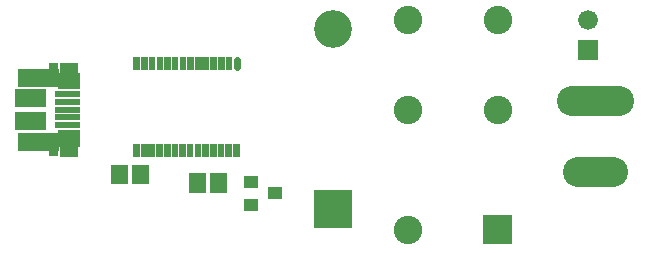
<source format=gbr>
G04 start of page 4 for group -4063 idx -4063 *
G04 Title: (unknown), componentmask *
G04 Creator: pcb 20091103 *
G04 CreationDate: Thu 05 May 2011 07:25:20 AM GMT UTC *
G04 For: gjhurlbu *
G04 Format: Gerber/RS-274X *
G04 PCB-Dimensions: 600000 500000 *
G04 PCB-Coordinate-Origin: lower left *
%MOIN*%
%FSLAX25Y25*%
%LNFRONTMASK*%
%ADD12C,0.0200*%
%ADD31C,0.1260*%
%ADD32C,0.0950*%
%ADD33C,0.0660*%
%ADD34C,0.1000*%
%ADD35R,0.0200X0.0200*%
%ADD36R,0.0600X0.0600*%
%ADD37R,0.0300X0.0300*%
%ADD38R,0.0220X0.0220*%
%ADD39R,0.0572X0.0572*%
%ADD40R,0.0400X0.0400*%
%ADD41C,0.0220*%
G54D12*G36*
X143700Y388300D02*Y375700D01*
X156300D01*
Y388300D01*
X143700D01*
G37*
G54D31*X150000Y442000D03*
G54D32*X175000Y375000D03*
G54D12*G36*
X60046Y427347D02*Y421747D01*
X65646D01*
Y427347D01*
X60046D01*
G37*
G36*
X59277D02*Y421747D01*
X64877D01*
Y427347D01*
X59277D01*
G37*
G36*
X58508D02*Y421747D01*
X64108D01*
Y427347D01*
X58508D01*
G37*
G36*
X46522Y428528D02*Y422928D01*
X52122D01*
Y428528D01*
X46522D01*
G37*
G36*
X47585D02*Y422928D01*
X53185D01*
Y428528D01*
X47585D01*
G37*
G36*
X48648D02*Y422928D01*
X54248D01*
Y428528D01*
X48648D01*
G37*
G36*
X60046Y408253D02*Y402653D01*
X65646D01*
Y408253D01*
X60046D01*
G37*
G36*
X59277D02*Y402653D01*
X64877D01*
Y408253D01*
X59277D01*
G37*
G36*
X58508D02*Y402653D01*
X64108D01*
Y408253D01*
X58508D01*
G37*
G36*
X46522Y407072D02*Y401472D01*
X52122D01*
Y407072D01*
X46522D01*
G37*
G36*
X47585D02*Y401472D01*
X53185D01*
Y407072D01*
X47585D01*
G37*
G36*
X48648D02*Y401472D01*
X54248D01*
Y407072D01*
X48648D01*
G37*
G36*
X231700Y438300D02*Y431700D01*
X238300D01*
Y438300D01*
X231700D01*
G37*
G54D33*X235000Y445000D03*
G54D32*X175000D03*
Y415000D03*
G54D34*X231900Y394300D03*
X233800D03*
X235800D03*
X237700D03*
X239700D03*
X241600D03*
X229900Y417900D03*
X231900D03*
X233800D03*
X235800D03*
X237700D03*
X239700D03*
X241600D03*
X243600D03*
X245500D03*
X243600Y394300D03*
G54D12*G36*
X200250Y379750D02*Y370250D01*
X209750D01*
Y379750D01*
X200250D01*
G37*
G54D32*X205000Y415000D03*
Y445000D03*
G54D35*X58456Y420118D02*X64952D01*
G54D36*X62196Y427600D02*Y425236D01*
G54D37*X57078Y428976D02*Y424547D01*
G54D36*X48220Y425728D02*X55897D01*
X47285Y418789D02*X51517D01*
G54D35*X58456Y417559D02*X64952D01*
X58456Y415000D02*X64952D01*
X58456Y412441D02*X64952D01*
X58456Y409882D02*X64952D01*
G54D36*X62196Y404764D02*Y402400D01*
G54D37*X57078Y405453D02*Y401024D01*
G54D36*X48220Y404272D02*X55897D01*
X47285Y411211D02*X51517D01*
G54D38*X84600Y402400D02*Y400200D01*
X87200Y402400D02*Y400200D01*
X89700Y402400D02*Y400200D01*
X92300Y402400D02*Y400200D01*
G54D39*X86000Y393786D02*Y393000D01*
X78914Y393786D02*Y393000D01*
G54D38*X94900Y402400D02*Y400200D01*
X97400Y402400D02*Y400200D01*
X100000Y402400D02*Y400200D01*
X102500Y402400D02*Y400200D01*
X105100Y402400D02*Y400200D01*
X107700Y402400D02*Y400200D01*
X110200Y402400D02*Y400200D01*
X112800Y402400D02*Y400200D01*
G54D39*X105000Y391000D02*Y390214D01*
G54D38*X115300Y402400D02*Y400200D01*
X117900Y402400D02*Y400200D01*
G54D39*X112086Y391000D02*Y390214D01*
G54D40*X122400Y391000D02*X123000D01*
X122400Y383200D02*X123000D01*
X130600Y387100D02*X131200D01*
G54D38*X84700Y431500D02*Y429300D01*
G54D41*X118000Y431500D02*Y429300D01*
G54D38*X115400Y431500D02*Y429300D01*
X112900Y431500D02*Y429300D01*
X110300Y431500D02*Y429300D01*
X107700Y431500D02*Y429300D01*
X105200Y431500D02*Y429300D01*
X102600Y431500D02*Y429300D01*
X100100Y431500D02*Y429300D01*
X97500Y431500D02*Y429300D01*
X94900Y431500D02*Y429300D01*
X92400Y431500D02*Y429300D01*
X89800Y431500D02*Y429300D01*
X87300Y431500D02*Y429300D01*
M02*

</source>
